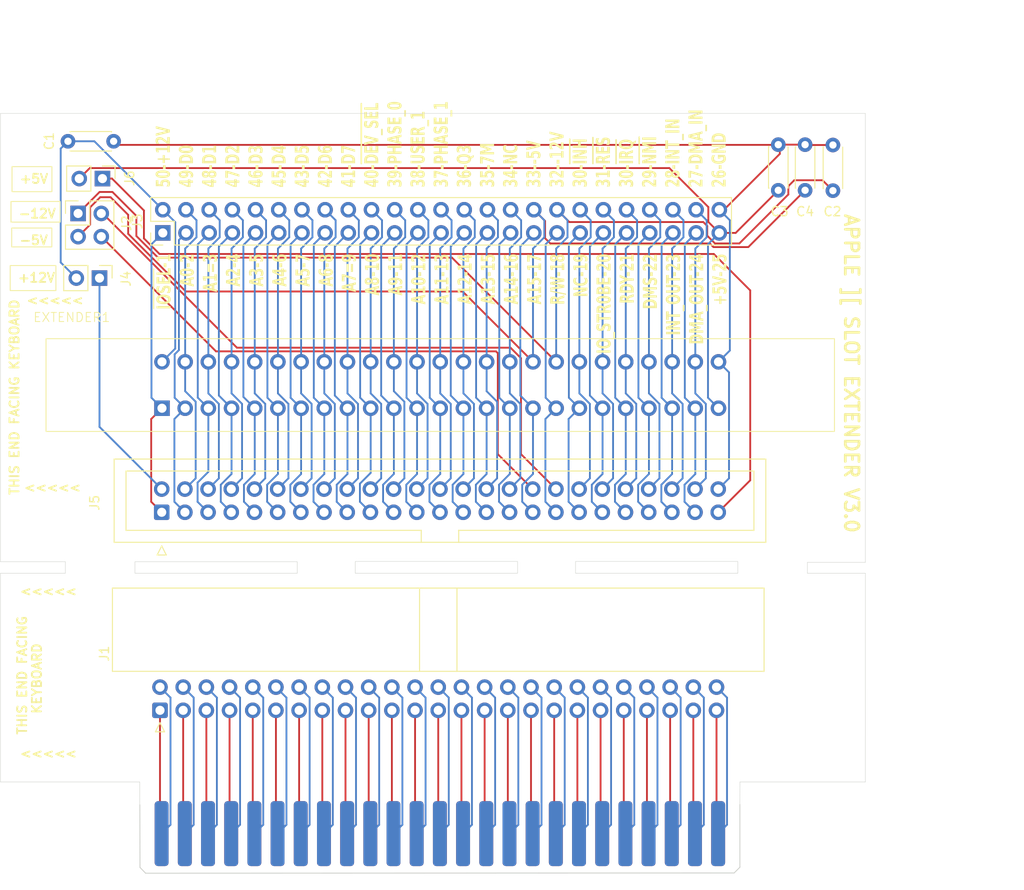
<source format=kicad_pcb>
(kicad_pcb (version 20241229) (generator "pcbnew") (generator_version "9.0")
  (title_block (comment 4 "AISLER Project ID: VNXTMURE"))
  (layers (0 "F.Cu" signal) (2 "B.Cu" signal) (13 "F.Paste" user) (15 "B.Paste" user) (5 "F.SilkS" user "F.Silkscreen") (7 "B.SilkS" user "B.Silkscreen") (1 "F.Mask" user) (3 "B.Mask" user) (25 "Edge.Cuts" user))
  (net 0 "")
  (net 1 "DMA_OUT")
  (net 2 "+12V")
  (net 3 "~{NMI}")
  (net 4 "RDY")
  (net 5 "NC1")
  (net 6 "Q3")
  (net 7 "A6")
  (net 8 "A0")
  (net 9 "D3")
  (net 10 "-12V")
  (net 11 "A14")
  (net 12 "A15")
  (net 13 "A13")
  (net 14 "D4")
  (net 15 "A1")
  (net 16 "~{IRQ}")
  (net 17 "A7")
  (net 18 "A12")
  (net 19 "-5V")
  (net 20 "+5V")
  (net 21 "IO_STROBE")
  (net 22 "PHASE_0")
  (net 23 "A5")
  (net 24 "R{slash}W")
  (net 25 "DMA")
  (net 26 "A10")
  (net 27 "PHASE_1")
  (net 28 "A11")
  (net 29 "A3")
  (net 30 "~{IOSEL}")
  (net 31 "USER_1")
  (net 32 "DMA_IN")
  (net 33 "NC")
  (net 34 "A4")
  (net 35 "D0")
  (net 36 "D1")
  (net 37 "D7")
  (net 38 "INT_IN")
  (net 39 "A9")
  (net 40 "D2")
  (net 41 "~{INH}")
  (net 42 "GND")
  (net 43 "~{DEVICE_SELECT}")
  (net 44 "~{RES}")
  (net 45 "A8")
  (net 46 "D5")
  (net 47 "INT_OUT")
  (net 48 "7M")
  (net 49 "D6")
  (net 50 "A2")
  (net 51 "Net-(J4-Pin_1)")
  (net 52 "Net-(J5-Pin_49)")
  (net 53 "Net-(J2-Pin_2)")
  (net 54 "Net-(J2-Pin_4)")
  (net 55 "E_A3")
  (net 56 "~{E_RES}")
  (net 57 "E_NC")
  (net 58 "E_A14")
  (net 59 "~{E_NMI}")
  (net 60 "E_USER_1")
  (net 61 "E_D5")
  (net 62 "E_RDY")
  (net 63 "E_D7")
  (net 64 "E_INT_OUT")
  (net 65 "E_-5V")
  (net 66 "E_A12")
  (net 67 "E_A0")
  (net 68 "E_A9")
  (net 69 "E_A5")
  (net 70 "~{E_IOSEL}")
  (net 71 "E_DMA_OUT")
  (net 72 "E_A1")
  (net 73 "E_A2")
  (net 74 "E_INT_IN")
  (net 75 "E_-12V")
  (net 76 "E_7M")
  (net 77 "E_D2")
  (net 78 "E_Q3")
  (net 79 "E_D0")
  (net 80 "E_DMA")
  (net 81 "E_A11")
  (net 82 "E_A10")
  (net 83 "E_+5V")
  (net 84 "E_PHASE_1")
  (net 85 "E_IO_STROBE")
  (net 86 "E_A6")
  (net 87 "E_D6")
  (net 88 "~{E_DEVICE_SELECT}")
  (net 89 "E_NC1")
  (net 90 "E_A15")
  (net 91 "E_DMA_IN")
  (net 92 "E_GND")
  (net 93 "E_D4")
  (net 94 "E_D3")
  (net 95 "E_A4")
  (net 96 "~{E_IRQ}")
  (net 97 "E_A13")
  (net 98 "E_D1")
  (net 99 "E_A8")
  (net 100 "E_+12V")
  (net 101 "~{E_INH}")
  (net 102 "E_R{slash}W")
  (net 103 "E_A7")
  (net 104 "E_PHASE_0")
  (footprint "Library:AppleIIBus_Edge_65.70" (layer "F.Cu") (at 114.682 130.118)
    (property "Reference" "BUS1")
    (property "Value" "6502")
    (fp_line (start -32.85 3.7025) (end -32.8675 -3.1555) (stroke (width 0.1)) (layer "Edge.Cuts"))
    (fp_line (start -32.2325 4.3375) (end -32.85 3.7025) (stroke (width 0.1)) (layer "Edge.Cuts"))
    (fp_line (start 32.2325 4.3075) (end -32.2325 4.3375) (stroke (width 0.1)) (layer "Edge.Cuts"))
    (fp_line (start 32.2325 4.3075) (end 32.8675 3.6725) (stroke (width 0.1)) (layer "Edge.Cuts"))
    (fp_line (start 32.86 -3.179) (end 32.86 3.679) (stroke (width 0.1)) (layer "Edge.Cuts"))
  )
  (footprint "Library:C_Disc_D4.3mm_W1.9mm_P5.00mm" (layer "F.Cu") (at 157.734 54.69 -90)
    (property "Reference" "C2")
    (property "Value" "100nF" (hide yes))
  )
  (footprint "Library:C_Disc_D4.3mm_W1.9mm_P5.00mm" (layer "F.Cu") (at 154.686 54.65 -90)
    (property "Reference" "C3")
    (property "Value" "100nF" (hide yes))
  )
  (footprint "Library:PinHeader_1x02_P2.54mm_Vertical" (layer "F.Cu") (at 77.397 69.265 -90)
    (property "Reference" "J4")
    (property "Value" "Conn_01x02_Pin")
  )
  (footprint "Library:IDC-Header_2x25_P2.54mm_Vertical" (layer "F.Cu") (at 84.212 94.919 90)
    (property "Reference" "J5")
    (property "Value" "Conn_02x25_Odd_Even")
  )
  (footprint "Library:BUS_6502_v1" (layer "F.Cu") (at 84.241 83.521)
    (property "Reference" "EXTENDER1")
    (property "Value" "6502" (hide yes))
  )
  (footprint "Library:IDC-Header_2x25_P2.54mm_Horizontal" (layer "F.Cu") (at 84.0232 116.6114 90)
    (property "Reference" "J1")
    (property "Value" "Conn_02x25_Odd_Even")
  )
  (footprint "Library:PinHeader_1x02_P2.54mm_Vertical" (layer "F.Cu") (at 77.72 58.367 -90)
    (property "Reference" "J6")
    (property "Value" "Conn_01x02_Pin")
  )
  (footprint "Library:C_Disc_D4.3mm_W1.9mm_P5.00mm" (layer "F.Cu") (at 78.945 54.28 180)
    (property "Reference" "C1")
    (property "Value" "100nF" (hide yes))
  )
  (footprint "Library:PinSocket_2x25_P2.54mm_Vertical" (layer "F.Cu") (at 84.331 60.939 90)
    (property "Reference" "J3")
    (property "Value" "Conn_02x25_Odd_Even")
  )
  (footprint "Library:PinHeader_2x02_P2.54mm_Vertical" (layer "F.Cu") (at 75.053 62.186)
    (property "Reference" "J2")
    (property "Value" "Conn_02x02_Odd_Even")
  )
  (footprint "Library:C_Disc_D4.3mm_W1.9mm_P5.00mm" (layer "F.Cu") (at 151.75 54.65 -90)
    (property "Reference" "C4")
    (property "Value" "100nF" (hide yes))
  )
  (gr_rect (start 105.41 100.3046) (end 123.19 101.6) (stroke (width 0.05)) (fill no) (layer "Edge.Cuts"))
  (gr_rect (start 81.28 100.33) (end 99.06 101.6) (stroke (width 0.05)) (fill no) (layer "Edge.Cuts"))
  (gr_line (start 81.811003 126.9625) (end 81.803932 124.459933) (stroke (width 0.05)) (layer "Edge.Cuts"))
  (gr_line (start 154.94 101.6) (end 161.29 101.6) (stroke (width 0.05)) (layer "Edge.Cuts"))
  (gr_line (start 73.66 101.6) (end 73.66 100.33) (stroke (width 0.05)) (layer "Edge.Cuts"))
  (gr_line (start 147.551412 124.46) (end 161.29 124.46) (stroke (width 0.05)) (layer "Edge.Cuts"))
  (gr_rect (start 129.54 100.3046) (end 147.32 101.6) (stroke (width 0.05)) (fill no) (layer "Edge.Cuts"))
  (gr_line (start 66.548 51.2318) (end 161.29 51.2318) (stroke (width 0.05)) (layer "Edge.Cuts"))
  (gr_line (start 66.548 124.46) (end 66.548 101.6) (stroke (width 0.05)) (layer "Edge.Cuts"))
  (gr_line (start 161.29 51.2318) (end 161.29 100.4062) (stroke (width 0.05)) (layer "Edge.Cuts"))
  (gr_line (start 161.292 101.6) (end 161.29 124.46) (stroke (width 0.05)) (layer "Edge.Cuts"))
  (gr_line (start 73.66 100.33) (end 66.548 100.33) (stroke (width 0.05)) (layer "Edge.Cuts"))
  (gr_line (start 147.542 126.939) (end 147.551412 124.46) (stroke (width 0.05)) (layer "Edge.Cuts"))
  (gr_line (start 66.548 100.33) (end 66.548 51.2318) (stroke (width 0.05)) (layer "Edge.Cuts"))
  (gr_line (start 66.548 101.6) (end 73.66 101.6) (stroke (width 0.05)) (layer "Edge.Cuts"))
  (gr_line (start 161.29 100.4062) (end 154.94 100.4062) (stroke (width 0.05)) (layer "Edge.Cuts"))
  (gr_line (start 81.803932 124.459933) (end 66.548 124.46) (stroke (width 0.05)) (layer "Edge.Cuts"))
  (gr_line (start 154.94 100.4062) (end 154.94 101.6) (stroke (width 0.05)) (layer "Edge.Cuts"))
  (gr_text "<<<<<" (at 69.025 92.783 0) (layer "F.SilkS") (effects (font (size 1 1) (thickness 0.2) (bold yes)) (justify left bottom)))
  (gr_text "<<<<<" (at 68.58 104.14 0) (layer "F.SilkS") (effects (font (size 1 1) (thickness 0.2) (bold yes)) (justify left bottom)))
  (gr_text "THIS END FACING KEYBOARD" (at 68.664 93.137 90) (layer "F.SilkS") (effects (font (size 1 1) (thickness 0.2) (bold yes)) (justify left bottom)))
  (gr_text "THIS END FACING\n   KEYBOARD" (at 71.12 119.38 90) (layer "F.SilkS") (effects (font (size 1 1) (thickness 0.2) (bold yes)) (justify left bottom)))
  (gr_text "<<<<<" (at 68.58 121.92 0) (layer "F.SilkS") (effects (font (size 1 1) (thickness 0.2) (bold yes)) (justify left bottom)))
  (gr_text "~{IOSEL}-1\nA0-2\nA1=3\nA2-4\nA3-5\nA4-6\nA5-7\nA6-8\nA7=9\nA8-10\nA9-11\nA10-12\nA11-13\nA12-14\nA13-15\nA14-16\nA15-17\nR/W-18\nNC-19\nIO_STR0BE-20\nRDY-21\nDMS-22\nINT_OUT-23\nDMA_OUT-24\n+5V-25" (at 146.321 66.594 90) (layer "F.SilkS") (effects (font (size 1.51 1) (thickness 0.125) (bold yes)) (justify right bottom)))
  (gr_text "50-+12V\n49-D0\n48-D1\n47-D2\n46-D3\n45-D4\n43-D5\n42-D6\n41-D7\n40-~{DEV_SEL}\n39-PHASE_0\n38-USER_1\n37-PHASE_1\n36-Q3\n35-7M\n34-NC\n33--5V\n32--12V\n30-~{INH}\n31-~{RES}\n30-~{IRQ}\n29-~{NMI}\n28-INT_IN\n27-DMA_IN\n26-GND" (at 146.242 59.344 90) (layer "F.SilkS") (effects (font (size 1.51 1) (thickness 0.175) (bold yes)) (justify left bottom)))
  (gr_text "<<<<<" (at 69.306 72.269 0) (layer "F.SilkS") (effects (font (size 1 1) (thickness 0.2) (bold yes)) (justify left bottom)))
  (gr_text "APPLE ][ SLOT EXTENDER V3.0" (at 160.644 97.334 270) (layer "F.SilkS") (effects (font (size 1.5 1.5) (thickness 0.3) (bold yes)) (justify right top)))
  (gr_text_box "+5V" (start 67.8155 57.0567) (end 72.1843 59.7999) (margins 0.8 0.8 0.8 0.8) (layer "F.SilkS") (effects (font (size 1 1) (thickness 0.2) (bold yes)) (justify left top)) (border yes) (stroke (width 0.1)))
  (gr_text_box "-12V" (start 67.7016 60.8709) (end 73.0864 63.1371) (margins 0.8 0.8 0.8 0.8) (layer "F.SilkS") (effects (font (size 1 1) (thickness 0.2) (bold yes)) (justify left top)) (border yes) (stroke (width 0.1)))
  (gr_text_box "+12V" (start 67.6171 67.8934) (end 72.6209 70.6366) (margins 0.8 0.8 0.8 0.8) (layer "F.SilkS") (effects (font (size 1 1) (thickness 0.2) (bold yes)) (justify left top)) (border yes) (stroke (width 0.1)))
  (gr_text_box "-5V" (start 67.7799 63.7834) (end 72.1741 65.8486) (margins 0.8 0.8 0.8 0.8) (layer "F.SilkS") (effects (font (size 1 1) (thickness 0.2) (bold yes)) (justify left top)) (border yes) (stroke (width 0.1)))
  (segment (start 142.4432 116.6114) (end 142.4432 129.9392) (width 0.2) (layer "F.Cu") (net 1))
  (segment (start 142.4432 129.9392) (end 142.622 130.118) (width 0.2) (layer "F.Cu") (net 1))
  (segment (start 85.1742 129.1458) (end 84.202 130.118) (width 0.2) (layer "B.Cu") (net 2))
  (segment (start 85.1742 115.2224) (end 85.1742 129.1458) (width 0.2) (layer "B.Cu") (net 2))
  (segment (start 84.0232 114.0714) (end 85.1742 115.2224) (width 0.2) (layer "B.Cu") (net 2))
  (segment (start 137.3632 114.0714) (end 138.5142 115.2224) (width 0.2) (layer "B.Cu") (net 3))
  (segment (start 138.5142 129.1458) (end 137.542 130.118) (width 0.2) (layer "B.Cu") (net 3))
  (segment (start 138.5142 115.2224) (end 138.5142 129.1458) (width 0.2) (layer "B.Cu") (net 3))
  (segment (start 134.8232 129.9392) (end 135.002 130.118) (width 0.2) (layer "F.Cu") (net 4))
  (segment (start 134.8232 116.6114) (end 134.8232 129.9392) (width 0.2) (layer "F.Cu") (net 4))
  (segment (start 123.2742 115.2224) (end 123.2742 129.1458) (width 0.2) (layer "B.Cu") (net 5))
  (segment (start 122.1232 114.0714) (end 123.2742 115.2224) (width 0.2) (layer "B.Cu") (net 5))
  (segment (start 123.2742 129.1458) (end 122.302 130.118) (width 0.2) (layer "B.Cu") (net 5))
  (segment (start 118.1942 115.2224) (end 118.1942 129.1458) (width 0.2) (layer "B.Cu") (net 6))
  (segment (start 117.0432 114.0714) (end 118.1942 115.2224) (width 0.2) (layer "B.Cu") (net 6))
  (segment (start 118.1942 129.1458) (end 117.222 130.118) (width 0.2) (layer "B.Cu") (net 6))
  (segment (start 101.8032 129.9392) (end 101.982 130.118) (width 0.2) (layer "F.Cu") (net 7))
  (segment (start 101.8032 116.6114) (end 101.8032 129.9392) (width 0.2) (layer "F.Cu") (net 7))
  (segment (start 86.5632 116.6114) (end 86.5632 129.9392) (width 0.2) (layer "F.Cu") (net 8))
  (segment (start 86.5632 129.9392) (end 86.742 130.118) (width 0.2) (layer "F.Cu") (net 8))
  (segment (start 94.1832 114.0714) (end 95.3342 115.2224) (width 0.2) (layer "B.Cu") (net 9))
  (segment (start 95.3342 115.2224) (end 95.3342 129.1458) (width 0.2) (layer "B.Cu") (net 9))
  (segment (start 95.3342 129.1458) (end 94.362 130.118) (width 0.2) (layer "B.Cu") (net 9))
  (segment (start 128.3542 115.2224) (end 128.3542 129.1458) (width 0.2) (layer "B.Cu") (net 10))
  (segment (start 127.2032 114.0714) (end 128.3542 115.2224) (width 0.2) (layer "B.Cu") (net 10))
  (segment (start 128.3542 129.1458) (end 127.382 130.118) (width 0.2) (layer "B.Cu") (net 10))
  (segment (start 122.1232 116.6114) (end 122.1232 129.9392) (width 0.2) (layer "F.Cu") (net 11))
  (segment (start 122.1232 129.9392) (end 122.302 130.118) (width 0.2) (layer "F.Cu") (net 11))
  (segment (start 124.6632 116.6114) (end 124.6632 129.9392) (width 0.2) (layer "F.Cu") (net 12))
  (segment (start 124.6632 129.9392) (end 124.842 130.118) (width 0.2) (layer "F.Cu") (net 12))
  (segment (start 119.5832 116.6114) (end 119.5832 129.9392) (width 0.2) (layer "F.Cu") (net 13))
  (segment (start 119.5832 129.9392) (end 119.762 130.118) (width 0.2) (layer "F.Cu") (net 13))
  (segment (start 97.8742 129.1458) (end 96.902 130.118) (width 0.2) (layer "B.Cu") (net 14))
  (segment (start 97.8742 115.2224) (end 97.8742 129.1458) (width 0.2) (layer "B.Cu") (net 14))
  (segment (start 96.7232 114.0714) (end 97.8742 115.2224) (width 0.2) (layer "B.Cu") (net 14))
  (segment (start 89.1032 116.6114) (end 89.1032 129.9392) (width 0.2) (layer "F.Cu") (net 15))
  (segment (start 89.1032 129.9392) (end 89.282 130.118) (width 0.2) (layer "F.Cu") (net 15))
  (segment (start 134.8232 114.0714) (end 135.9742 115.2224) (width 0.2) (layer "B.Cu") (net 16))
  (segment (start 135.9742 129.1458) (end 135.002 130.118) (width 0.2) (layer "B.Cu") (net 16))
  (segment (start 135.9742 115.2224) (end 135.9742 129.1458) (width 0.2) (layer "B.Cu") (net 16))
  (segment (start 104.3432 129.9392) (end 104.522 130.118) (width 0.2) (layer "F.Cu") (net 17))
  (segment (start 104.3432 116.6114) (end 104.3432 129.9392) (width 0.2) (layer "F.Cu") (net 17))
  (segment (start 117.0432 129.9392) (end 117.222 130.118) (width 0.2) (layer "F.Cu") (net 18))
  (segment (start 117.0432 116.6114) (end 117.0432 129.9392) (width 0.2) (layer "F.Cu") (net 18))
  (segment (start 124.6632 114.0714) (end 125.8142 115.2224) (width 0.2) (layer "B.Cu") (net 19))
  (segment (start 125.8142 115.2224) (end 125.8142 129.1458) (width 0.2) (layer "B.Cu") (net 19))
  (segment (start 125.8142 129.1458) (end 124.842 130.118) (width 0.2) (layer "B.Cu") (net 19))
  (segment (start 144.9832 129.9392) (end 145.162 130.118) (width 0.2) (layer "F.Cu") (net 20))
  (segment (start 144.9832 116.6114) (end 144.9832 129.9392) (width 0.2) (layer "F.Cu") (net 20))
  (segment (start 132.2832 116.6114) (end 132.2832 129.9392) (width 0.2) (layer "F.Cu") (net 21))
  (segment (start 132.2832 129.9392) (end 132.462 130.118) (width 0.2) (layer "F.Cu") (net 21))
  (segment (start 110.5742 129.1458) (end 109.602 130.118) (width 0.2) (layer "B.Cu") (net 22))
  (segment (start 110.5742 115.2224) (end 110.5742 129.1458) (width 0.2) (layer "B.Cu") (net 22))
  (segment (start 109.4232 114.0714) (end 110.5742 115.2224) (width 0.2) (layer "B.Cu") (net 22))
  (segment (start 99.2632 129.9392) (end 99.442 130.118) (width 0.2) (layer "F.Cu") (net 23))
  (segment (start 99.2632 116.6114) (end 99.2632 129.9392) (width 0.2) (layer "F.Cu") (net 23))
  (segment (start 127.2032 116.6114) (end 127.2032 129.9392) (width 0.2) (layer "F.Cu") (net 24))
  (segment (start 127.2032 129.9392) (end 127.382 130.118) (width 0.2) (layer "F.Cu") (net 24))
  (segment (start 137.3632 116.6114) (end 137.3632 129.9392) (width 0.2) (layer "F.Cu") (net 25))
  (segment (start 137.3632 129.9392) (end 137.542 130.118) (width 0.2) (layer "F.Cu") (net 25))
  (segment (start 111.9632 129.9392) (end 112.142 130.118) (width 0.2) (layer "F.Cu") (net 26))
  (segment (start 111.9632 116.6114) (end 111.9632 129.9392) (width 0.2) (layer "F.Cu") (net 26))
  (segment (start 114.5032 114.0714) (end 115.6542 115.2224) (width 0.2) (layer "B.Cu") (net 27))
  (segment (start 115.6542 115.2224) (end 115.6542 129.1458) (width 0.2) (layer "B.Cu") (net 27))
  (segment (start 115.6542 129.1458) (end 114.682 130.118) (width 0.2) (layer "B.Cu") (net 27))
  (segment (start 114.5032 129.9392) (end 114.682 130.118) (width 0.2) (layer "F.Cu") (net 28))
  (segment (start 114.5032 116.6114) (end 114.5032 129.9392) (width 0.2) (layer "F.Cu") (net 28))
  (segment (start 94.1832 129.9392) (end 94.362 130.118) (width 0.2) (layer "F.Cu") (net 29))
  (segment (start 94.1832 116.6114) (end 94.1832 129.9392) (width 0.2) (layer "F.Cu") (net 29))
  (segment (start 84.0232 116.6114) (end 84.0232 129.9392) (width 0.2) (layer "F.Cu") (net 30))
  (segment (start 84.0232 129.9392) (end 84.202 130.118) (width 0.2) (layer "F.Cu") (net 30))
  (segment (start 113.1142 129.1458) (end 112.142 130.118) (width 0.2) (layer "B.Cu") (net 31))
  (segment (start 113.1142 115.2224) (end 113.1142 129.1458) (width 0.2) (layer "B.Cu") (net 31))
  (segment (start 111.9632 114.0714) (end 113.1142 115.2224) (width 0.2) (layer "B.Cu") (net 31))
  (segment (start 142.4432 114.0714) (end 143.5942 115.2224) (width 0.2) (layer "B.Cu") (net 32))
  (segment (start 143.5942 115.2224) (end 143.5942 129.1458) (width 0.2) (layer "B.Cu") (net 32))
  (segment (start 143.5942 129.1458) (end 142.622 130.118) (width 0.2) (layer "B.Cu") (net 32))
  (segment (start 129.7432 129.9392) (end 129.922 130.118) (width 0.2) (layer "F.Cu") (net 33))
  (segment (start 129.7432 116.6114) (end 129.7432 129.9392) (width 0.2) (layer "F.Cu") (net 33))
  (segment (start 96.7232 116.6114) (end 96.7232 129.9392) (width 0.2) (layer "F.Cu") (net 34))
  (segment (start 96.7232 129.9392) (end 96.902 130.118) (width 0.2) (layer "F.Cu") (net 34))
  (segment (start 87.7142 115.2224) (end 87.7142 129.1458) (width 0.2) (layer "B.Cu") (net 35))
  (segment (start 86.5632 114.0714) (end 87.7142 115.2224) (width 0.2) (layer "B.Cu") (net 35))
  (segment (start 87.7142 129.1458) (end 86.742 130.118) (width 0.2) (layer "B.Cu") (net 35))
  (segment (start 90.2542 129.1458) (end 89.282 130.118) (width 0.2) (layer "B.Cu") (net 36))
  (segment (start 89.1032 114.0714) (end 90.2542 115.2224) (width 0.2) (layer "B.Cu") (net 36))
  (segment (start 90.2542 115.2224) (end 90.2542 129.1458) (width 0.2) (layer "B.Cu") (net 36))
  (segment (start 105.4942 129.1458) (end 104.522 130.118) (width 0.2) (layer "B.Cu") (net 37))
  (segment (start 105.4942 115.2224) (end 105.4942 129.1458) (width 0.2) (layer "B.Cu") (net 37))
  (segment (start 104.3432 114.0714) (end 105.4942 115.2224) (width 0.2) (layer "B.Cu") (net 37))
  (segment (start 139.9032 114.0714) (end 141.0542 115.2224) (width 0.2) (layer "B.Cu") (net 38))
  (segment (start 141.0542 129.1458) (end 140.082 130.118) (width 0.2) (layer "B.Cu") (net 38))
  (segment (start 141.0542 115.2224) (end 141.0542 129.1458) (width 0.2) (layer "B.Cu") (net 38))
  (segment (start 109.4232 116.6114) (end 109.4232 129.9392) (width 0.2) (layer "F.Cu") (net 39))
  (segment (start 109.4232 129.9392) (end 109.602 130.118) (width 0.2) (layer "F.Cu") (net 39))
  (segment (start 91.6432 114.0714) (end 92.7942 115.2224) (width 0.2) (layer "B.Cu") (net 40))
  (segment (start 92.7942 129.1458) (end 91.822 130.118) (width 0.2) (layer "B.Cu") (net 40))
  (segment (start 92.7942 115.2224) (end 92.7942 129.1458) (width 0.2) (layer "B.Cu") (net 40))
  (segment (start 129.7432 114.0714) (end 130.8942 115.2224) (width 0.2) (layer "B.Cu") (net 41))
  (segment (start 130.8942 129.1458) (end 129.922 130.118) (width 0.2) (layer "B.Cu") (net 41))
  (segment (start 130.8942 115.2224) (end 130.8942 129.1458) (width 0.2) (layer "B.Cu") (net 41))
  (segment (start 146.1342 129.1458) (end 145.162 130.118) (width 0.2) (layer "B.Cu") (net 42))
  (segment (start 144.9832 114.0714) (end 146.1342 115.2224) (width 0.2) (layer "B.Cu") (net 42))
  (segment (start 146.1342 115.2224) (end 146.1342 129.1458) (width 0.2) (layer "B.Cu") (net 42))
  (segment (start 108.0342 115.2224) (end 108.0342 129.1458) (width 0.2) (layer "B.Cu") (net 43))
  (segment (start 108.0342 129.1458) (end 107.062 130.118) (width 0.2) (layer "B.Cu") (net 43))
  (segment (start 106.8832 114.0714) (end 108.0342 115.2224) (width 0.2) (layer "B.Cu") (net 43))
  (segment (start 133.4342 115.2224) (end 133.4342 129.1458) (width 0.2) (layer "B.Cu") (net 44))
  (segment (start 133.4342 129.1458) (end 132.462 130.118) (width 0.2) (layer "B.Cu") (net 44))
  (segment (start 132.2832 114.0714) (end 133.4342 115.2224) (width 0.2) (layer "B.Cu") (net 44))
  (segment (start 106.8832 116.6114) (end 106.8832 129.9392) (width 0.2) (layer "F.Cu") (net 45))
  (segment (start 106.8832 129.9392) (end 107.062 130.118) (width 0.2) (layer "F.Cu") (net 45))
  (segment (start 100.4142 129.1458) (end 99.442 130.118) (width 0.2) (layer "B.Cu") (net 46))
  (segment (start 100.4142 115.2224) (end 100.4142 129.1458) (width 0.2) (layer "B.Cu") (net 46))
  (segment (start 99.2632 114.0714) (end 100.4142 115.2224) (width 0.2) (layer "B.Cu") (net 46))
  (segment (start 139.9032 116.6114) (end 139.9032 129.9392) (width 0.2) (layer "F.Cu") (net 47))
  (segment (start 139.9032 129.9392) (end 140.082 130.118) (width 0.2) (layer "F.Cu") (net 47))
  (segment (start 120.7342 129.1458) (end 119.762 130.118) (width 0.2) (layer "B.Cu") (net 48))
  (segment (start 120.7342 115.2224) (end 120.7342 129.1458) (width 0.2) (layer "B.Cu") (net 48))
  (segment (start 119.5832 114.0714) (end 120.7342 115.2224) (width 0.2) (layer "B.Cu") (net 48))
  (segment (start 101.8032 114.0714) (end 102.9542 115.2224) (width 0.2) (layer "B.Cu") (net 49))
  (segment (start 102.9542 115.2224) (end 102.9542 129.1458) (width 0.2) (layer "B.Cu") (net 49))
  (segment (start 102.9542 129.1458) (end 101.982 130.118) (width 0.2) (layer "B.Cu") (net 49))
  (segment (start 91.6432 116.6114) (end 91.6432 129.9392) (width 0.2) (layer "F.Cu") (net 50))
  (segment (start 91.6432 129.9392) (end 91.822 130.118) (width 0.2) (layer "F.Cu") (net 50))
  (segment (start 77.397 85.564) (end 84.212 92.379) (width 0.2) (layer "B.Cu") (net 51))
  (segment (start 77.397 69.265) (end 77.397 85.564) (width 0.2) (layer "B.Cu") (net 51))
  (segment (start 148.676 91.415) (end 145.172 94.919) (width 0.2) (layer "F.Cu") (net 52))
  (segment (start 83.968 66.625) (end 144.687 66.625) (width 0.2) (layer "F.Cu") (net 52))
  (segment (start 148.676 70.614) (end 148.676 91.415) (width 0.2) (layer "F.Cu") (net 52))
  (segment (start 78.77 58.367) (end 82.264 61.861) (width 0.2) (layer "F.Cu") (net 52))
  (segment (start 144.687 66.625) (end 148.676 70.614) (width 0.2) (layer "F.Cu") (net 52))
  (segment (start 82.264 61.861) (end 82.264 64.921) (width 0.2) (layer "F.Cu") (net 52))
  (segment (start 82.264 64.921) (end 83.968 66.625) (width 0.2) (layer "F.Cu") (net 52))
  (segment (start 77.72 58.367) (end 78.77 58.367) (width 0.2) (layer "F.Cu") (net 52))
  (segment (start 122.41776 76.89) (end 123.566 78.03824) (width 0.2) (layer "F.Cu") (net 53))
  (segment (start 77.743 62.186) (end 92.447 76.89) (width 0.2) (layer "F.Cu") (net 53))
  (segment (start 92.447 76.89) (end 122.41776 76.89) (width 0.2) (layer "F.Cu") (net 53))
  (segment (start 123.566 88.553) (end 127.392 92.379) (width 0.2) (layer "F.Cu") (net 53))
  (segment (start 77.593 62.186) (end 77.743 62.186) (width 0.2) (layer "F.Cu") (net 53))
  (segment (start 123.566 78.03824) (end 123.566 88.553) (width 0.2) (layer "F.Cu") (net 53))
  (segment (start 90.157 77.29) (end 120.826 77.29) (width 0.2) (layer "F.Cu") (net 54))
  (segment (start 121.027 88.554) (end 124.852 92.379) (width 0.2) (layer "F.Cu") (net 54))
  (segment (start 121.027 77.491) (end 121.027 88.554) (width 0.2) (layer "F.Cu") (net 54))
  (segment (start 120.826 77.29) (end 121.027 77.491) (width 0.2) (layer "F.Cu") (net 54))
  (segment (start 77.593 64.726) (end 90.157 77.29) (width 0.2) (layer "F.Cu") (net 54))
  (segment (start 93.221 91.90224) (end 93.221 93.768) (width 0.2) (layer "B.Cu") (net 55))
  (segment (start 93.159 82.279) (end 94.401 83.521) (width 0.2) (layer "B.Cu") (net 55))
  (segment (start 94.491 64.319) (end 93.159 65.651) (width 0.2) (layer "B.Cu") (net 55))
  (segment (start 94.401 83.521) (end 94.401 90.72224) (width 0.2) (layer "B.Cu") (net 55))
  (segment (start 93.159 65.651) (end 93.159 82.279) (width 0.2) (layer "B.Cu") (net 55))
  (segment (start 93.221 93.768) (end 94.372 94.919) (width 0.2) (layer "B.Cu") (net 55))
  (segment (start 94.401 90.72224) (end 93.221 91.90224) (width 0.2) (layer "B.Cu") (net 55))
  (segment (start 132.501 81.89324) (end 133.652 83.04424) (width 0.2) (layer "B.Cu") (net 56))
  (segment (start 132.501 66.03676) (end 133.742 64.79576) (width 0.2) (layer "B.Cu") (net 56))
  (segment (start 132.501 78.441) (end 132.501 81.89324) (width 0.2) (layer "B.Cu") (net 56))
  (segment (start 132.501 78.441) (end 132.501 66.03676) (width 0.2) (layer "B.Cu") (net 56))
  (segment (start 133.742 64.79576) (end 133.742 62.93) (width 0.2) (layer "B.Cu") (net 56))
  (segment (start 133.652 91.199) (end 132.472 92.379) (width 0.2) (layer "B.Cu") (net 56))
  (segment (start 133.742 62.93) (end 132.591 61.779) (width 0.2) (layer "B.Cu") (net 56))
  (segment (start 133.652 83.04424) (end 133.652 91.199) (width 0.2) (layer "B.Cu") (net 56))
  (segment (start 129.932 94.919) (end 128.781 93.768) (width 0.2) (layer "B.Cu") (net 57))
  (segment (start 128.81 65.56) (end 128.81 82.37) (width 0.2) (layer "B.Cu") (net 57))
  (segment (start 128.781 84.701) (end 129.961 83.521) (width 0.2) (layer "B.Cu") (net 57))
  (segment (start 128.781 93.768) (end 128.781 84.701) (width 0.2) (layer "B.Cu") (net 57))
  (segment (start 128.81 82.37) (end 129.961 83.521) (width 0.2) (layer "B.Cu") (net 57))
  (segment (start 130.051 64.319) (end 128.81 65.56) (width 0.2) (layer "B.Cu") (net 57))
  (segment (start 121.161 93.768) (end 122.312 94.919) (width 0.2) (layer "B.Cu") (net 58))
  (segment (start 121.19 82.37) (end 122.341 83.521) (width 0.2) (layer "B.Cu") (net 58))
  (segment (start 122.341 90.72224) (end 121.161 91.90224) (width 0.2) (layer "B.Cu") (net 58))
  (segment (start 121.161 91.90224) (end 121.161 93.768) (width 0.2) (layer "B.Cu") (net 58))
  (segment (start 121.19 65.56) (end 121.19 82.37) (width 0.2) (layer "B.Cu") (net 58))
  (segment (start 122.341 83.521) (end 122.341 90.72224) (width 0.2) (layer "B.Cu") (net 58))
  (segment (start 122.431 64.319) (end 121.19 65.56) (width 0.2) (layer "B.Cu") (net 58))
  (segment (start 138.822 62.93) (end 137.671 61.779) (width 0.2) (layer "B.Cu") (net 59))
  (segment (start 137.581 81.89324) (end 138.732 83.04424) (width 0.2) (layer "B.Cu") (net 59))
  (segment (start 138.732 91.199) (end 137.552 92.379) (width 0.2) (layer "B.Cu") (net 59))
  (segment (start 137.581 78.441) (end 137.581 81.89324) (width 0.2) (layer "B.Cu") (net 59))
  (segment (start 138.732 83.04424) (end 138.732 91.199) (width 0.2) (layer "B.Cu") (net 59))
  (segment (start 137.581 66.03676) (end 138.822 64.79576) (width 0.2) (layer "B.Cu") (net 59))
  (segment (start 137.581 78.441) (end 137.581 66.03676) (width 0.2) (layer "B.Cu") (net 59))
  (segment (start 138.822 64.79576) (end 138.822 62.93) (width 0.2) (layer "B.Cu") (net 59))
  (segment (start 113.422 62.93) (end 112.271 61.779) (width 0.2) (layer "B.Cu") (net 60))
  (segment (start 112.181 78.441) (end 112.181 66.03676) (width 0.2) (layer "B.Cu") (net 60))
  (segment (start 112.181 66.03676) (end 113.422 64.79576) (width 0.2) (layer "B.Cu") (net 60))
  (segment (start 112.181 78.441) (end 112.181 81.89324) (width 0.2) (layer "B.Cu") (net 60))
  (segment (start 113.332 91.199) (end 112.152 92.379) (width 0.2) (layer "B.Cu") (net 60))
  (segment (start 113.332 83.04424) (end 113.332 91.199) (width 0.2) (layer "B.Cu") (net 60))
  (segment (start 112.181 81.89324) (end 113.332 83.04424) (width 0.2) (layer "B.Cu") (net 60))
  (segment (start 113.422 64.79576) (end 113.422 62.93) (width 0.2) (layer "B.Cu") (net 60))
  (segment (start 99.481 78.441) (end 99.481 81.89324) (width 0.2) (layer "B.Cu") (net 61))
  (segment (start 99.481 81.89324) (end 100.632 83.04424) (width 0.2) (layer "B.Cu") (net 61))
  (segment (start 100.632 83.04424) (end 100.632 91.199) (width 0.2) (layer "B.Cu") (net 61))
  (segment (start 99.481 78.441) (end 99.481 66.03676) (width 0.2) (layer "B.Cu") (net 61))
  (segment (start 100.722 62.93) (end 99.571 61.779) (width 0.2) (layer "B.Cu") (net 61))
  (segment (start 100.632 91.199) (end 99.452 92.379) (width 0.2) (layer "B.Cu") (net 61))
  (segment (start 99.481 66.03676) (end 100.722 64.79576) (width 0.2) (layer "B.Cu") (net 61))
  (segment (start 100.722 64.79576) (end 100.722 62.93) (width 0.2) (layer "B.Cu") (net 61))
  (segment (start 133.861 91.90224) (end 133.861 93.768) (width 0.2) (layer "B.Cu") (net 62))
  (segment (start 133.861 93.768) (end 135.012 94.919) (width 0.2) (layer "B.Cu") (net 62))
  (segment (start 135.131 64.319) (end 133.89 65.56) (width 0.2) (layer "B.Cu") (net 62))
  (segment (start 135.041 90.72224) (end 133.861 91.90224) (width 0.2) (layer "B.Cu") (net 62))
  (segment (start 133.89 65.56) (end 133.89 82.37) (width 0.2) (layer "B.Cu") (net 62))
  (segment (start 133.89 82.37) (end 135.041 83.521) (width 0.2) (layer "B.Cu") (net 62))
  (segment (start 135.041 83.521) (end 135.041 90.72224) (width 0.2) (layer "B.Cu") (net 62))
  (segment (start 104.561 78.441) (end 104.561 66.03676) (width 0.2) (layer "B.Cu") (net 63))
  (segment (start 105.802 64.79576) (end 105.802 62.93) (width 0.2) (layer "B.Cu") (net 63))
  (segment (start 105.712 91.199) (end 104.532 92.379) (width 0.2) (layer "B.Cu") (net 63))
  (segment (start 104.561 81.89324) (end 105.712 83.04424) (width 0.2) (layer "B.Cu") (net 63))
  (segment (start 104.561 66.03676) (end 105.802 64.79576) (width 0.2) (layer "B.Cu") (net 63))
  (segment (start 104.561 78.441) (end 104.561 81.89324) (width 0.2) (layer "B.Cu") (net 63))
  (segment (start 105.802 62.93) (end 104.651 61.779) (width 0.2) (layer "B.Cu") (net 63))
  (segment (start 105.712 83.04424) (end 105.712 91.199) (width 0.2) (layer "B.Cu") (net 63))
  (segment (start 140.121 90.72224) (end 138.941 91.90224) (width 0.2) (layer "B.Cu") (net 64))
  (segment (start 140.121 83.521) (end 140.121 90.72224) (width 0.2) (layer "B.Cu") (net 64))
  (segment (start 138.941 91.90224) (end 138.941 93.768) (width 0.2) (layer "B.Cu") (net 64))
  (segment (start 138.97 65.56) (end 138.97 82.37) (width 0.2) (layer "B.Cu") (net 64))
  (segment (start 138.941 93.768) (end 140.092 94.919) (width 0.2) (layer "B.Cu") (net 64))
  (segment (start 140.211 64.319) (end 138.97 65.56) (width 0.2) (layer "B.Cu") (net 64))
  (segment (start 138.97 82.37) (end 140.121 83.521) (width 0.2) (layer "B.Cu") (net 64))
  (segment (start 154.686 59.65) (end 148.466 65.87) (width 0.2) (layer "F.Cu") (net 65))
  (segment (start 80.54 62.341) (end 80.54 64.417314) (width 0.2) (layer "F.Cu") (net 65))
  (segment (start 77.475 60.408) (end 78.607 60.408) (width 0.2) (layer "F.Cu") (net 65))
  (segment (start 126.775 65.47) (end 126.207 64.902) (width 0.2) (layer "F.Cu") (net 65))
  (segment (start 80.54 64.417314) (end 86.856686 70.734) (width 0.2) (layer "F.Cu") (net 65))
  (segment (start 144.248554 65.47) (end 126.775 65.47) (width 0.2) (layer "F.Cu") (net 65))
  (segment (start 148.466 65.87) (end 144.648554 65.87) (width 0.2) (layer "F.Cu") (net 65))
  (segment (start 75.053 64.726) (end 76.373 63.406) (width 0.2) (layer "F.Cu") (net 65))
  (segment (start 76.373 61.51) (end 77.475 60.408) (width 0.2) (layer "F.Cu") (net 65))
  (segment (start 117.174 70.734) (end 124.881 78.441) (width 0.2) (layer "F.Cu") (net 65))
  (segment (start 78.607 60.408) (end 80.54 62.341) (width 0.2) (layer "F.Cu") (net 65))
  (segment (start 126.207 64.902) (end 126.207 63.015) (width 0.2) (layer "F.Cu") (net 65))
  (segment (start 126.207 63.015) (end 124.971 61.779) (width 0.2) (layer "F.Cu") (net 65))
  (segment (start 86.856686 70.734) (end 117.174 70.734) (width 0.2) (layer "F.Cu") (net 65))
  (segment (start 144.648554 65.87) (end 144.248554 65.47) (width 0.2) (layer "F.Cu") (net 65))
  (segment (start 76.373 63.406) (end 76.373 61.51) (width 0.2) (layer "F.Cu") (net 65))
  (segment (start 126.122 62.93) (end 124.971 61.779) (width 0.2) (layer "B.Cu") (net 65))
  (segment (start 124.881 78.441) (end 124.881 66.03676) (width 0.2) (layer "B.Cu") (net 65))
  (segment (start 124.881 66.03676) (end 126.122 64.79576) (width 0.2) (layer "B.Cu") (net 65))
  (segment (start 126.122 64.79576) (end 126.122 62.93) (width 0.2) (layer "B.Cu") (net 65))
  (segment (start 117.351 64.319) (end 115.872 65.798) (width 0.2) (layer "B.Cu") (net 66))
  (segment (start 115.872 82.132) (end 117.261 83.521) (width 0.2) (layer "B.Cu") (net 66))
  (segment (start 117.261 90.72224) (end 116.081 91.90224) (width 0.2) (layer "B.Cu") (net 66))
  (segment (start 115.872 65.798) (end 115.872 82.132) (width 0.2) (layer "B.Cu") (net 66))
  (segment (start 116.081 91.90224) (end 116.081 93.768) (width 0.2) (layer "B.Cu") (net 66))
  (segment (start 116.081 93.768) (end 117.232 94.919) (width 0.2) (layer "B.Cu") (net 66))
  (segment (start 117.261 83.521) (end 117.261 90.72224) (width 0.2) (layer "B.Cu") (net 66))
  (segment (start 85.63 82.37) (end 86.781 83.521) (width 0.2) (layer "B.Cu") (net 67))
  (segment (start 86.095 77.152686) (end 85.63 77.617685) (width 0.2) (layer "B.Cu") (net 67))
  (segment (start 85.601 84.701) (end 85.601 93.768) (width 0.2) (layer "B.Cu") (net 67))
  (segment (start 86.781 83.521) (end 85.601 84.701) (width 0.2) (layer "B.Cu") (net 67))
  (segment (start 85.63 77.617685) (end 85.63 82.37) (width 0.2) (layer "B.Cu") (net 67))
  (segment (start 86.871 64.319) (end 86.095 65.095) (width 0.2) (layer "B.Cu") (net 67))
  (segment (start 86.095 65.095) (end 86.095 77.152686) (width 0.2) (layer "B.Cu") (net 67))
  (segment (start 85.601 93.768) (end 86.752 94.919) (width 0.2) (layer "B.Cu") (net 67))
  (segment (start 108.461 93.768) (end 109.612 94.919) (width 0.2) (layer "B.Cu") (net 68))
  (segment (start 108.252 82.132) (end 109.641 83.521) (width 0.2) (layer "B.Cu") (net 68))
  (segment (start 109.731 64.319) (end 108.252 65.798) (width 0.2) (layer "B.Cu") (net 68))
  (segment (start 109.641 83.521) (end 109.641 90.72224) (width 0.2) (layer "B.Cu") (net 68))
  (segment (start 109.641 90.72224) (end 108.461 91.90224) (width 0.2) (layer "B.Cu") (net 68))
  (segment (start 108.461 91.90224) (end 108.461 93.768) (width 0.2) (layer "B.Cu") (net 68))
  (segment (start 108.252 65.798) (end 108.252 82.132) (width 0.2) (layer "B.Cu") (net 68))
  (segment (start 98.33 82.37) (end 99.481 83.521) (width 0.2) (layer "B.Cu") (net 69))
  (segment (start 98.33 65.56) (end 98.33 82.37) (width 0.2) (layer "B.Cu") (net 69))
  (segment (start 99.571 64.319) (end 98.33 65.56) (width 0.2) (layer "B.Cu") (net 69))
  (segment (start 99.481 83.521) (end 99.481 90.72224) (width 0.2) (layer "B.Cu") (net 69))
  (segment (start 98.301 93.768) (end 99.452 94.919) (width 0.2) (layer "B.Cu") (net 69))
  (segment (start 99.481 90.72224) (end 98.301 91.90224) (width 0.2) (layer "B.Cu") (net 69))
  (segment (start 98.301 91.90224) (end 98.301 93.768) (width 0.2) (layer "B.Cu") (net 69))
  (segment (start 84.241 83.521) (end 83.061 84.701) (width 0.2) (layer "F.Cu") (net 70))
  (segment (start 83.061 93.768) (end 84.212 94.919) (width 0.2) (layer "F.Cu") (net 70))
  (segment (start 83.061 84.701) (end 83.061 93.768) (width 0.2) (layer "F.Cu") (net 70))
  (segment (start 84.331 64.319) (end 83.09 65.56) (width 0.2) (layer "B.Cu") (net 70))
  (segment (start 83.09 82.37) (end 84.241 83.521) (width 0.2) (layer "B.Cu") (net 70))
  (segment (start 83.09 65.56) (end 83.09 82.37) (width 0.2) (layer "B.Cu") (net 70))
  (segment (start 142.751 64.319) (end 141.51 65.56) (width 0.2) (layer "B.Cu") (net 71))
  (segment (start 141.481 93.768) (end 142.632 94.919) (width 0.2) (layer "B.Cu") (net 71))
  (segment (start 142.661 90.72224) (end 141.481 91.90224) (width 0.2) (layer "B.Cu") (net 71))
  (segment (start 142.661 83.521) (end 142.661 90.72224) (width 0.2) (layer "B.Cu") (net 71))
  (segment (start 141.51 65.56) (end 141.51 82.37) (width 0.2) (layer "B.Cu") (net 71))
  (segment (start 141.51 82.37) (end 142.661 83.521) (width 0.2) (layer "B.Cu") (net 71))
  (segment (start 141.481 91.90224) (end 141.481 93.768) (width 0.2) (layer "B.Cu") (net 71))
  (segment (start 89.321 83.521) (end 89.321 90.48424) (width 0.2) (layer "B.Cu") (net 72))
  (segment (start 88.141 93.768) (end 89.292 94.919) (width 0.2) (layer "B.Cu") (net 72))
  (segment (start 88.141 91.66424) (end 88.141 93.768) (width 0.2) (layer "B.Cu") (net 72))
  (segment (start 88.159 82.359) (end 89.321 83.521) (width 0.2) (layer "B.Cu") (net 72))
  (segment (start 89.411 64.319) (end 88.159 65.571) (width 0.2) (layer "B.Cu") (net 72))
  (segment (start 88.159 65.571) (end 88.159 82.359) (width 0.2) (layer "B.Cu") (net 72))
  (segment (start 89.321 90.48424) (end 88.141 91.66424) (width 0.2) (layer "B.Cu") (net 72))
  (segment (start 90.681 93.768) (end 91.832 94.919) (width 0.2) (layer "B.Cu") (net 73))
  (segment (start 91.951 64.319) (end 90.472 65.798) (width 0.2) (layer "B.Cu") (net 73))
  (segment (start 90.472 65.798) (end 90.472 82.132) (width 0.2) (layer "B.Cu") (net 73))
  (segment (start 90.472 82.132) (end 91.861 83.521) (width 0.2) (layer "B.Cu") (net 73))
  (segment (start 90.681 91.90224) (end 90.681 93.768) (width 0.2) (layer "B.Cu") (net 73))
  (segment (start 91.861 90.72224) (end 90.681 91.90224) (width 0.2) (layer "B.Cu") (net 73))
  (segment (start 91.861 83.521) (end 91.861 90.72224) (width 0.2) (layer "B.Cu") (net 73))
  (segment (start 140.121 78.441) (end 140.121 66.03676) (width 0.2) (layer "B.Cu") (net 74))
  (segment (start 141.362 64.79576) (end 141.362 62.93) (width 0.2) (layer "B.Cu") (net 74))
  (segment (start 141.362 62.93) (end 140.211 61.779) (width 0.2) (layer "B.Cu") (net 74))
  (segment (start 140.121 78.441) (end 140.121 81.89324) (width 0.2) (layer "B.Cu") (net 74))
  (segment (start 140.121 81.89324) (end 141.272 83.04424) (width 0.2) (layer "B.Cu") (net 74))
  (segment (start 140.121 66.03676) (end 141.362 64.79576) (width 0.2) (layer "B.Cu") (net 74))
  (segment (start 141.272 91.199) (end 140.092 92.379) (width 0.2) (layer "B.Cu") (net 74))
  (segment (start 141.272 83.04424) (end 141.272 91.199) (width 0.2) (layer "B.Cu") (net 74))
  (segment (start 128.859 63.127) (end 127.511 61.779) (width 0.2) (layer "F.Cu") (net 75))
  (segment (start 144.81424 65.47) (end 143.9659 64.62166) (width 0.2) (layer "F.Cu") (net 75))
  (segment (start 143.533314 63.127) (end 128.859 63.127) (width 0.2) (layer "F.Cu") (net 75))
  (segment (start 81.435 62.453) (end 78.814 59.832) (width 0.2) (layer "F.Cu") (net 75))
  (segment (start 143.9659 63.559586) (end 143.533314 63.127) (width 0.2) (layer "F.Cu") (net 75))
  (segment (start 157.734 59.69) (end 156.593 58.549) (width 0.2) (layer "F.Cu") (net 75))
  (segment (start 83.802314 67.025) (end 81.435 64.657686) (width 0.2) (layer "F.Cu") (net 75))
  (segment (start 156.593 58.549) (end 153.49595 58.549) (width 0.2) (layer "F.Cu") (net 75))
  (segment (start 143.9659 64.62166) (end 143.9659 63.559586) (width 0.2) (layer "F.Cu") (net 75))
  (segment (start 153.49595 58.549) (end 152.851 59.19395) (width 0.2) (layer "F.Cu") (net 75))
  (segment (start 152.851 59.19395) (end 152.851 60.10605) (width 0.2) (layer "F.Cu") (net 75))
  (segment (start 77.407 59.832) (end 75.053 62.186) (width 0.2) (layer "F.Cu") (net 75))
  (segment (start 81.435 64.657686) (end 81.435 62.453) (width 0.2) (layer "F.Cu") (net 75))
  (segment (start 127.421 78.441) (end 116.005 67.025) (width 0.2) (layer "F.Cu") (net 75))
  (segment (start 78.814 59.832) (end 77.407 59.832) (width 0.2) (layer "F.Cu") (net 75))
  (segment (start 147.48705 65.47) (end 144.81424 65.47) (width 0.2) (layer "F.Cu") (net 75))
  (segment (start 152.851 60.10605) (end 147.48705 65.47) (width 0.2) (layer "F.Cu") (net 75))
  (segment (start 116.005 67.025) (end 83.802314 67.025) (width 0.2) (layer "F.Cu") (net 75))
  (segment (start 127.421 66.03676) (end 128.662 64.79576) (width 0.2) (layer "B.Cu") (net 75))
  (segment (start 128.662 64.79576) (end 128.662 62.93) (width 0.2) (layer "B.Cu") (net 75))
  (segment (start 128.662 62.93) (end 127.511 61.779) (width 0.2) (layer "B.Cu") (net 75))
  (segment (start 127.421 78.441) (end 127.421 66.03676) (width 0.2) (layer "B.Cu") (net 75))
  (segment (start 121.042 62.93) (end 119.891 61.779) (width 0.2) (layer "B.Cu") (net 76))
  (segment (start 119.801 66.03676) (end 121.042 64.79576) (width 0.2) (layer "B.Cu") (net 76))
  (segment (start 119.801 81.65524) (end 120.952 82.80624) (width 0.2) (layer "B.Cu") (net 76))
  (segment (start 119.801 78.441) (end 119.801 81.65524) (width 0.2) (layer "B.Cu") (net 76))
  (segment (start 119.801 78.441) (end 119.801 66.03676) (width 0.2) (layer "B.Cu") (net 76))
  (segment (start 120.952 82.80624) (end 120.952 91.199) (width 0.2) (layer "B.Cu") (net 76))
  (segment (start 120.952 91.199) (end 119.772 92.379) (width 0.2) (layer "B.Cu") (net 76))
  (segment (start 121.042 64.79576) (end 121.042 62.93) (width 0.2) (layer "B.Cu") (net 76))
  (segment (start 93.012 83.04424) (end 93.012 91.199) (width 0.2) (layer "B.Cu") (net 77))
  (segment (start 91.861 78.441) (end 91.861 66.03676) (width 0.2) (layer "B.Cu") (net 77))
  (segment (start 93.012 91.199) (end 91.832 92.379) (width 0.2) (layer "B.Cu") (net 77))
  (segment (start 93.102 64.79576) (end 93.102 62.93) (width 0.2) (layer "B.Cu") (net 77))
  (segment (start 91.861 81.89324) (end 93.012 83.04424) (width 0.2) (layer "B.Cu") (net 77))
  (segment (start 91.861 66.03676) (end 93.102 64.79576) (width 0.2) (layer "B.Cu") (net 77))
  (segment (start 91.861 78.441) (end 91.861 81.89324) (width 0.2) (layer "B.Cu") (net 77))
  (segment (start 93.102 62.93) (end 91.951 61.779) (width 0.2) (layer "B.Cu") (net 77))
  (segment (start 118.502 62.93) (end 117.351 61.779) (width 0.2) (layer "B.Cu") (net 78))
  (segment (start 117.261 81.89324) (end 118.412 83.04424) (width 0.2) (layer "B.Cu") (net 78))
  (segment (start 118.502 64.79576) (end 118.502 62.93) (width 0.2) (layer "B.Cu") (net 78))
  (segment (start 117.261 78.441) (end 117.261 66.03676) (width 0.2) (layer "B.Cu") (net 78))
  (segment (start 117.261 78.441) (end 117.261 81.89324) (width 0.2) (layer "B.Cu") (net 78))
  (segment (start 117.261 66.03676) (end 118.502 64.79576) (width 0.2) (layer "B.Cu") (net 78))
  (segment (start 118.412 91.199) (end 117.232 92.379) (width 0.2) (layer "B.Cu") (net 78))
  (segment (start 118.412 83.04424) (end 118.412 91.199) (width 0.2) (layer "B.Cu") (net 78))
  (segment (start 87.932 91.199) (end 86.752 92.379) (width 0.2) (layer "B.Cu") (net 79))
  (segment (start 88.022 62.93) (end 86.871 61.779) (width 0.2) (layer "B.Cu") (net 79))
  (segment (start 86.781 78.441) (end 86.781 66.03676) (width 0.2) (layer "B.Cu") (net 79))
  (segment (start 86.781 78.441) (end 86.781 81.65524) (width 0.2) (layer "B.Cu") (net 79))
  (segment (start 88.022 64.79576) (end 88.022 62.93) (width 0.2) (layer "B.Cu") (net 79))
  (segment (start 86.781 66.03676) (end 88.022 64.79576) (width 0.2) (layer "B.Cu") (net 79))
  (segment (start 86.781 81.65524) (end 87.932 82.80624) (width 0.2) (layer "B.Cu") (net 79))
  (segment (start 87.932 82.80624) (end 87.932 91.199) (width 0.2) (layer "B.Cu") (net 79))
  (segment (start 137.581 83.521) (end 137.581 90.72224) (width 0.2) (layer "B.Cu") (net 80))
  (segment (start 137.581 90.72224) (end 136.401 91.90224) (width 0.2) (layer "B.Cu") (net 80))
  (segment (start 136.43 65.56) (end 136.43 82.37) (width 0.2) (layer "B.Cu") (net 80))
  (segment (start 137.671 64.319) (end 136.43 65.56) (width 0.2) (layer "B.Cu") (net 80))
  (segment (start 136.401 93.768) (end 137.552 94.919) (width 0.2) (layer "B.Cu") (net 80))
  (segment (start 136.43 82.37) (end 137.581 83.521) (width 0.2) (layer "B.Cu") (net 80))
  (segment (start 136.401 91.90224) (end 136.401 93.768) (width 0.2) (layer "B.Cu") (net 80))
  (segment (start 113.541 93.768) (end 114.692 94.919) (width 0.2) (layer "B.Cu") (net 81))
  (segment (start 113.57 65.56) (end 113.57 82.37) (width 0.2) (layer "B.Cu") (net 81))
  (segment (start 113.541 91.90224) (end 113.541 93.768) (width 0.2) (layer "B.Cu") (net 81))
  (segment (start 114.721 83.521) (end 114.721 90.72224) (width 0.2) (layer "B.Cu") (net 81))
  (segment (start 114.811 64.319) (end 113.57 65.56) (width 0.2) (layer "B.Cu") (net 81))
  (segment (start 114.721 90.72224) (end 113.541 91.90224) (width 0.2) (layer "B.Cu") (net 81))
  (segment (start 113.57 82.37) (end 114.721 83.521) (width 0.2) (layer "B.Cu") (net 81))
  (segment (start 111.001 91.90224) (end 111.001 93.768) (width 0.2) (layer "B.Cu") (net 82))
  (segment (start 112.181 83.521) (end 112.181 90.72224) (width 0.2) (layer "B.Cu") (net 82))
  (segment (start 111.03 65.56) (end 111.03 82.37) (width 0.2) (layer "B.Cu") (net 82))
  (segment (start 111.03 82.37) (end 112.181 83.521) (width 0.2) (layer "B.Cu") (net 82))
  (segment (start 112.181 90.72224) (end 111.001 91.90224) (width 0.2) (layer "B.Cu") (net 82))
  (segment (start 112.271 64.319) (end 111.03 65.56) (width 0.2) (layer "B.Cu") (net 82))
  (segment (start 111.001 93.768) (end 112.152 94.919) (width 0.2) (layer "B.Cu") (net 82))
  (segment (start 76.331 57.216) (end 139.81576 57.216) (width 0.2) (layer "F.Cu") (net 83))
  (segment (start 75.18 58.367) (end 76.331 57.216) (width 0.2) (layer "F.Cu") (net 83))
  (segment (start 147.081 64.319) (end 145.291 64.319) (width 0.2) (layer "F.Cu") (net 83))
  (segment (start 144.086 63.114) (end 145.291 64.319) (width 0.2) (layer "F.Cu") (net 83))
  (segment (start 139.81576 57.216) (end 144.086 61.48624) (width 0.2) (layer "F.Cu") (net 83))
  (segment (start 151.75 59.65) (end 147.081 64.319) (width 0.2) (layer "F.Cu") (net 83))
  (segment (start 144.086 61.48624) (end 144.086 63.114) (width 0.2) (layer "F.Cu") (net 83))
  (segment (start 144.05 82.37) (end 145.201 83.521) (width 0.2) (layer "B.Cu") (net 83))
  (segment (start 144.05 65.56) (end 144.05 82.37) (width 0.2) (layer "B.Cu") (net 83))
  (segment (start 145.291 64.319) (end 144.05 65.56) (width 0.2) (layer "B.Cu") (net 83))
  (segment (start 114.721 81.89324) (end 115.872 83.04424) (width 0.2) (layer "B.Cu") (net 84))
  (segment (start 115.962 62.93) (end 114.811 61.779) (width 0.2) (layer "B.Cu") (net 84))
  (segment (start 114.721 78.441) (end 114.721 81.89324) (width 0.2) (layer "B.Cu") (net 84))
  (segment (start 115.872 91.199) (end 114.692 92.379) (width 0.2) (layer "B.Cu") (net 84))
  (segment (start 115.962 64.79576) (end 115.962 62.93) (width 0.2) (layer "B.Cu") (net 84))
  (segment (start 115.872 83.04424) (end 115.872 91.199) (width 0.2) (layer "B.Cu") (net 84))
  (segment (start 114.721 66.03676) (end 115.962 64.79576) (width 0.2) (layer "B.Cu") (net 84))
  (segment (start 114.721 78.441) (end 114.721 66.03676) (width 0.2) (layer "B.Cu") (net 84))
  (segment (start 131.112 82.132) (end 132.501 83.521) (width 0.2) (layer "B.Cu") (net 85))
  (segment (start 132.501 90.72224) (end 131.321 91.90224) (width 0.2) (layer "B.Cu") (net 85))
  (segment (start 131.112 65.798) (end 131.112 82.132) (width 0.2) (layer "B.Cu") (net 85))
  (segment (start 132.591 64.319) (end 131.112 65.798) (width 0.2) (layer "B.Cu") (net 85))
  (segment (start 132.501 83.521) (end 132.501 90.72224) (width 0.2) (layer "B.Cu") (net 85))
  (segment (start 131.321 91.90224) (end 131.321 93.768) (width 0.2) (layer "B.Cu") (net 85))
  (segment (start 131.321 93.768) (end 132.472 94.919) (width 0.2) (layer "B.Cu") (net 85))
  (segment (start 100.87 82.37) (end 102.021 83.521) (width 0.2) (layer "B.Cu") (net 86))
  (segment (start 100.87 65.56) (end 100.87 82.37) (width 0.2) (layer "B.Cu") (net 86))
  (segment (start 102.021 83.521) (end 102.021 90.72224) (width 0.2) (layer "B.Cu") (net 86))
  (segment (start 102.111 64.319) (end 100.87 65.56) (width 0.2) (layer "B.Cu") (net 86))
  (segment (start 100.841 93.768) (end 101.992 94.919) (width 0.2) (layer "B.Cu") (net 86))
  (segment (start 100.841 91.90224) (end 100.841 93.768) (width 0.2) (layer "B.Cu") (net 86))
  (segment (start 102.021 90.72224) (end 100.841 91.90224) (width 0.2) (layer "B.Cu") (net 86))
  (segment (start 103.172 91.199) (end 101.992 92.379) (width 0.2) (layer "B.Cu") (net 87))
  (segment (start 103.172 83.04424) (end 103.172 91.199) (width 0.2) (layer "B.Cu") (net 87))
  (segment (start 103.262 62.93) (end 102.111 61.779) (width 0.2) (layer "B.Cu") (net 87))
  (segment (start 103.262 64.79576) (end 103.262 62.93) (width 0.2) (layer "B.Cu") (net 87))
  (segment (start 102.021 78.441) (end 102.021 81.89324) (width 0.2) (layer "B.Cu") (net 87))
  (segment (start 102.021 66.03676) (end 103.262 64.79576) (width 0.2) (layer "B.Cu") (net 87))
  (segment (start 102.021 78.441) (end 102.021 66.03676) (width 0.2) (layer "B.Cu") (net 87))
  (segment (start 102.021 81.89324) (end 103.172 83.04424) (width 0.2) (layer "B.Cu") (net 87))
  (segment (start 108.252 83.04424) (end 108.252 91.199) (width 0.2) (layer "B.Cu") (net 88))
  (segment (start 107.101 81.89324) (end 108.252 83.04424) (width 0.2) (layer "B.Cu") (net 88))
  (segment (start 107.101 78.441) (end 107.101 66.03676) (width 0.2) (layer "B.Cu") (net 88))
  (segment (start 108.252 91.199) (end 107.072 92.379) (width 0.2) (layer "B.Cu") (net 88))
  (segment (start 108.342 64.79576) (end 108.342 62.93) (width 0.2) (layer "B.Cu") (net 88))
  (segment (start 107.101 78.441) (end 107.101 81.89324) (width 0.2) (layer "B.Cu") (net 88))
  (segment (start 108.342 62.93) (end 107.191 61.779) (width 0.2) (layer "B.Cu") (net 88))
  (segment (start 107.101 66.03676) (end 108.342 64.79576) (width 0.2) (layer "B.Cu") (net 88))
  (segment (start 122.341 78.441) (end 122.341 81.89324) (width 0.2) (layer "B.Cu") (net 89))
  (segment (start 122.341 66.03676) (end 123.582 64.79576) (width 0.2) (layer "B.Cu") (net 89))
  (segment (start 123.582 64.79576) (end 123.582 62.93) (width 0.2) (layer "B.Cu") (net 89))
  (segment (start 123.492 83.04424) (end 123.492 91.199) (width 0.2) (layer "B.Cu") (net 89))
  (segment (start 122.341 78.441) (end 122.341 66.03676) (width 0.2) (layer "B.Cu") (net 89))
  (segment (start 123.582 62.93) (end 122.431 61.779) (width 0.2) (layer "B.Cu") (net 89))
  (segment (start 122.341 81.89324) (end 123.492 83.04424) (width 0.2) (layer "B.Cu") (net 89))
  (segment (start 123.492 91.199) (end 122.312 92.379) (width 0.2) (layer "B.Cu") (net 89))
  (segment (start 124.971 64.319) (end 123.492 65.798) (width 0.2) (layer "B.Cu") (net 90))
  (segment (start 123.492 82.132) (end 124.881 83.521) (width 0.2) (layer "B.Cu") (net 90))
  (segment (start 123.701 93.768) (end 124.852 94.919) (width 0.2) (layer "B.Cu") (net 90))
  (segment (start 124.881 83.521) (end 124.881 90.72224) (width 0.2) (layer "B.Cu") (net 90))
  (segment (start 123.701 91.90224) (end 123.701 93.768) (width 0.2) (layer "B.Cu") (net 90))
  (segment (start 123.492 65.798) (end 123.492 82.132) (width 0.2) (layer "B.Cu") (net 90))
  (segment (start 124.881 90.72224) (end 123.701 91.90224) (width 0.2) (layer "B.Cu") (net 90))
  (segment (start 142.661 81.89324) (end 143.812 83.04424) (width 0.2) (layer "B.Cu") (net 91))
  (segment (start 143.902 64.79576) (end 143.902 62.93) (width 0.2) (layer "B.Cu") (net 91))
  (segment (start 142.661 78.441) (end 142.661 66.03676) (width 0.2) (layer "B.Cu") (net 91))
  (segment (start 143.902 62.93) (end 142.751 61.779) (width 0.2) (layer "B.Cu") (net 91))
  (segment (start 142.661 78.441) (end 142.661 81.89324) (width 0.2) (layer "B.Cu") (net 91))
  (segment (start 143.812 83.04424) (end 143.812 91.199) (width 0.2) (layer "B.Cu") (net 91))
  (segment (start 143.812 91.199) (end 142.632 92.379) (width 0.2) (layer "B.Cu") (net 91))
  (segment (start 142.661 66.03676) (end 143.902 64.79576) (width 0.2) (layer "B.Cu") (net 91))
  (segment (start 145.801 61.779) (end 145.291 61.779) (width 0.2) (layer "F.Cu") (net 92))
  (segment (start 157.734 54.69) (end 154.726 54.69) (width 0.2) (layer "F.Cu") (net 92))
  (segment (start 78.945 54.28) (end 79.34 54.675) (width 0.2) (layer "F.Cu") (net 92))
  (segment (start 79.34 54.675) (end 151.916 54.675) (width 0.2) (layer "F.Cu") (net 92))
  (segment (start 151.916 55.664) (end 145.801 61.779) (width 0.2) (layer "F.Cu") (net 92))
  (segment (start 154.726 54.69) (end 154.686 54.65) (width 0.2) (layer "F.Cu") (net 92))
  (segment (start 151.916 54.675) (end 151.916 55.664) (width 0.2) (layer "F.Cu") (net 92))
  (segment (start 154.686 54.65) (end 151.75 54.65) (width 0.2) (layer "F.Cu") (net 92))
  (segment (start 146.352 91.199) (end 145.172 92.379) (width 0.2) (layer "B.Cu") (net 92))
  (segment (start 145.201 78.441) (end 146.442 77.2) (width 0.2) (layer "B.Cu") (net 92))
  (segment (start 146.352 79.592) (end 146.352 91.199) (width 0.2) (layer "B.Cu") (net 92))
  (segment (start 146.442 62.93) (end 145.291 61.779) (width 0.2) (layer "B.Cu") (net 92))
  (segment (start 145.201 78.441) (end 146.352 79.592) (width 0.2) (layer "B.Cu") (net 92))
  (segment (start 146.442 77.2) (end 146.442 62.93) (width 0.2) (layer "B.Cu") (net 92))
  (segment (start 98.092 83.04424) (end 98.092 91.199) (width 0.2) (layer "B.Cu") (net 93))
  (segment (start 96.941 66.03676) (end 98.182 64.79576) (width 0.2) (layer "B.Cu") (net 93))
  (segment (start 96.941 78.441) (end 96.941 81.89324) (width 0.2) (layer "B.Cu") (net 93))
  (segment (start 96.941 78.441) (end 96.941 66.03676) (width 0.2) (layer "B.Cu") (net 93))
  (segment (start 98.182 64.79576) (end 98.182 62.93) (width 0.2) (layer "B.Cu") (net 93))
  (segment (start 96.941 81.89324) (end 98.092 83.04424) (width 0.2) (layer "B.Cu") (net 93))
  (segment (start 98.092 91.199) (end 96.912 92.379) (width 0.2) (layer "B.Cu") (net 93))
  (segment (start 98.182 62.93) (end 97.031 61.779) (width 0.2) (layer "B.Cu") (net 93))
  (segment (start 94.401 66.03676) (end 95.642 64.79576) (width 0.2) (layer "B.Cu") (net 94))
  (segment (start 95.552 83.04424) (end 95.552 91.199) (width 0.2) (layer "B.Cu") (net 94))
  (segment (start 94.401 78.441) (end 94.401 81.89324) (width 0.2) (layer "B.Cu") (net 94))
  (segment (start 94.401 81.89324) (end 95.552 83.04424) (width 0.2) (layer "B.Cu") (net 94))
  (segment (start 95.642 64.79576) (end 95.642 62.93) (width 0.2) (layer "B.Cu") (net 94))
  (segment (start 95.552 91.199) (end 94.372 92.379) (width 0.2) (layer "B.Cu") (net 94))
  (segment (start 95.642 62.93) (end 94.491 61.779) (width 0.2) (layer "B.Cu") (net 94))
  (segment (start 94.401 78.441) (end 94.401 66.03676) (width 0.2) (layer "B.Cu") (net 94))
  (segment (start 95.79 65.56) (end 95.79 82.37) (width 0.2) (layer "B.Cu") (net 95))
  (segment (start 95.761 91.90224) (end 95.761 93.768) (width 0.2) (layer "B.Cu") (net 95))
  (segment (start 95.79 82.37) (end 96.941 83.521) (width 0.2) (layer "B.Cu") (net 95))
  (segment (start 97.031 64.319) (end 95.79 65.56) (width 0.2) (layer "B.Cu") (net 95))
  (segment (start 96.941 83.521) (end 96.941 90.72224) (width 0.2) (layer "B.Cu") (net 95))
  (segment (start 96.941 90.72224) (end 95.761 91.90224) (width 0.2) (layer "B.Cu") (net 95))
  (segment (start 95.761 93.768) (end 96.912 94.919) (width 0.2) (layer "B.Cu") (net 95))
  (segment (start 136.192 91.199) (end 135.012 92.379) (width 0.2) (layer "B.Cu") (net 96))
  (segment (start 136.282 62.93) (end 135.131 61.779) (width 0.2) (layer "B.Cu") (net 96))
  (segment (start 136.192 83.04424) (end 136.192 91.199) (width 0.2) (layer "B.Cu") (net 96))
  (segment (start 136.282 64.79576) (end 136.282 62.93) (width 0.2) (layer "B.Cu") (net 96))
  (segment (start 135.041 78.441) (end 135.041 66.03676) (width 0.2) (layer "B.Cu") (net 96))
  (segment (start 135.041 78.441) (end 135.041 81.89324) (width 0.2) (layer "B.Cu") (net 96))
  (segment (start 135.041 66.03676) (end 136.282 64.79576) (width 0.2) (layer "B.Cu") (net 96))
  (segment (start 135.041 81.89324) (end 136.192 83.04424) (width 0.2) (layer "B.Cu") (net 96))
  (segment (start 118.621 91.90224) (end 118.621 93.768) (width 0.2) (layer "B.Cu") (net 97))
  (segment (start 118.621 93.768) (end 119.772 94.919) (width 0.2) (layer "B.Cu") (net 97))
  (segment (start 119.801 90.72224) (end 118.621 91.90224) (width 0.2) (layer "B.Cu") (net 97))
  (segment (start 119.801 83.521) (end 119.801 90.72224) (width 0.2) (layer "B.Cu") (net 97))
  (segment (start 118.65 82.37) (end 119.801 83.521) (width 0.2) (layer "B.Cu") (net 97))
  (segment (start 118.65 65.56) (end 118.65 82.37) (width 0.2) (layer "B.Cu") (net 97))
  (segment (start 119.891 64.319) (end 118.65 65.56) (width 0.2) (layer "B.Cu") (net 97))
  (segment (start 89.321 78.441) (end 89.321 81.89324) (width 0.2) (layer "B.Cu") (net 98))
  (segment (start 90.562 64.79576) (end 90.562 62.93) (width 0.2) (layer "B.Cu") (net 98))
  (segment (start 89.321 78.441) (end 89.321 66.03676) (width 0.2) (layer "B.Cu") (net 98))
  (segment (start 90.472 83.04424) (end 90.472 91.199) (width 0.2) (layer "B.Cu") (net 98))
  (segment (start 89.321 81.89324) (end 90.472 83.04424) (width 0.2) (layer "B.Cu") (net 98))
  (segment (start 89.321 66.03676) (end 90.562 64.79576) (width 0.2) (layer "B.Cu") (net 98))
  (segment (start 90.562 62.93) (end 89.411 61.779) (width 0.2) (layer "B.Cu") (net 98))
  (segment (start 90.472 91.199) (end 89.292 92.379) (width 0.2) (layer "B.Cu") (net 98))
  (segment (start 107.101 83.521) (end 107.101 90.606) (width 0.2) (layer "B.Cu") (net 99))
  (segment (start 105.95 82.37) (end 107.101 83.521) (width 0.2) (layer "B.Cu") (net 99))
  (segment (start 107.101 90.606) (end 105.921 91.786) (width 0.2) (layer "B.Cu") (net 99))
  (segment (start 105.921 93.768) (end 107.072 94.919) (width 0.2) (layer "B.Cu") (net 99))
  (segment (start 105.921 91.786) (end 105.921 93.768) (width 0.2) (layer "B.Cu") (net 99))
  (segment (start 105.95 65.56) (end 105.95 82.37) (width 0.2) (layer "B.Cu") (net 99))
  (segment (start 107.191 64.319) (end 105.95 65.56) (width 0.2) (layer "B.Cu") (net 99))
  (segment (start 76.832 54.28) (end 84.331 61.779) (width 0.2) (layer "B.Cu") (net 100))
  (segment (start 84.331 61.779) (end 85.694 63.142) (width 0.2) (layer "B.Cu") (net 100))
  (segment (start 85.694 63.142) (end 85.694 76.988) (width 0.2) (layer "B.Cu") (net 100))
  (segment (start 73.945 54.28) (end 76.832 54.28) (width 0.2) (layer "B.Cu") (net 100))
  (segment (start 73.145001 55.079999) (end 73.945 54.28) (width 0.2) (layer "B.Cu") (net 100))
  (segment (start 73.145001 67.553001) (end 73.145001 55.079999) (width 0.2) (layer "B.Cu") (net 100))
  (segment (start 85.694 76.988) (end 84.241 78.441) (width 0.2) (layer "B.Cu") (net 100))
  (segment (start 74.857 69.265) (end 73.145001 67.553001) (width 0.2) (layer "B.Cu") (net 100))
  (segment (start 129.961 66.03676) (end 131.202 64.79576) (width 0.2) (layer "B.Cu") (net 101))
  (segment (start 131.112 83.04424) (end 131.112 91.199) (width 0.2) (layer "B.Cu") (net 101))
  (segment (start 129.961 81.89324) (end 131.112 83.04424) (width 0.2) (layer "B.Cu") (net 101))
  (segment (start 131.112 91.199) (end 129.932 92.379) (width 0.2) (layer "B.Cu") (net 101))
  (segment (start 129.961 78.441) (end 129.961 66.03676) (width 0.2) (layer "B.Cu") (net 101))
  (segment (start 131.202 62.93) (end 130.051 61.779) (width 0.2) (layer "B.Cu") (net 101))
  (segment (start 129.961 78.441) (end 129.961 81.89324) (width 0.2) (layer "B.Cu") (net 101))
  (segment (start 131.202 64.79576) (end 131.202 62.93) (width 0.2) (layer "B.Cu") (net 101))
  (segment (start 126.241 93.768) (end 126.241 84.701) (width 0.2) (layer "B.Cu") (net 102))
  (segment (start 127.392 94.919) (end 126.241 93.768) (width 0.2) (layer "B.Cu") (net 102))
  (segment (start 126.27 82.37) (end 127.421 83.521) (width 0.2) (layer "B.Cu") (net 102))
  (segment (start 126.27 65.56) (end 126.27 82.37) (width 0.2) (layer "B.Cu") (net 102))
  (segment (start 126.241 84.701) (end 127.421 83.521) (width 0.2) (layer "B.Cu") (net 102))
  (segment (start 127.511 64.319) (end 126.27 65.56) (width 0.2) (layer "B.Cu") (net 102))
  (segment (start 104.561 90.72224) (end 103.381 91.90224) (width 0.2) (layer "B.Cu") (net 103))
  (segment (start 103.172 82.132) (end 104.561 83.521) (width 0.2) (layer "B.Cu") (net 103))
  (segment (start 103.172 65.798) (end 103.172 82.132) (width 0.2) (layer "B.Cu") (net 103))
  (segment (start 104.561 83.521) (end 104.561 90.72224) (width 0.2) (layer "B.Cu") (net 103))
  (segment (start 103.381 91.90224) (end 103.381 93.768) (width 0.2) (layer "B.Cu") (net 103))
  (segment (start 104.651 64.319) (end 103.172 65.798) (width 0.2) (layer "B.Cu") (net 103))
  (segment (start 103.381 93.768) (end 104.532 94.919) (width 0.2) (layer "B.Cu") (net 103))
  (segment (start 110.882 62.93) (end 109.731 61.779) (width 0.2) (layer "B.Cu") (net 104))
  (segment (start 109.641 81.65524) (end 110.792 82.80624) (width 0.2) (layer "B.Cu") (net 104))
  (segment (start 109.641 78.441) (end 109.641 66.03676) (width 0.2) (layer "B.Cu") (net 104))
  (segment (start 110.792 91.199) (end 109.612 92.379) (width 0.2) (layer "B.Cu") (net 104))
  (segment (start 110.792 82.80624) (end 110.792 91.199) (width 0.2) (layer "B.Cu") (net 104))
  (segment (start 109.641 78.441) (end 109.641 81.65524) (width 0.2) (layer "B.Cu") (net 104))
  (segment (start 110.882 64.79576) (end 110.882 62.93) (width 0.2) (layer "B.Cu") (net 104))
  (segment (start 109.641 66.03676) (end 110.882 64.79576) (width 0.2) (layer "B.Cu") (net 104))
)
</source>
